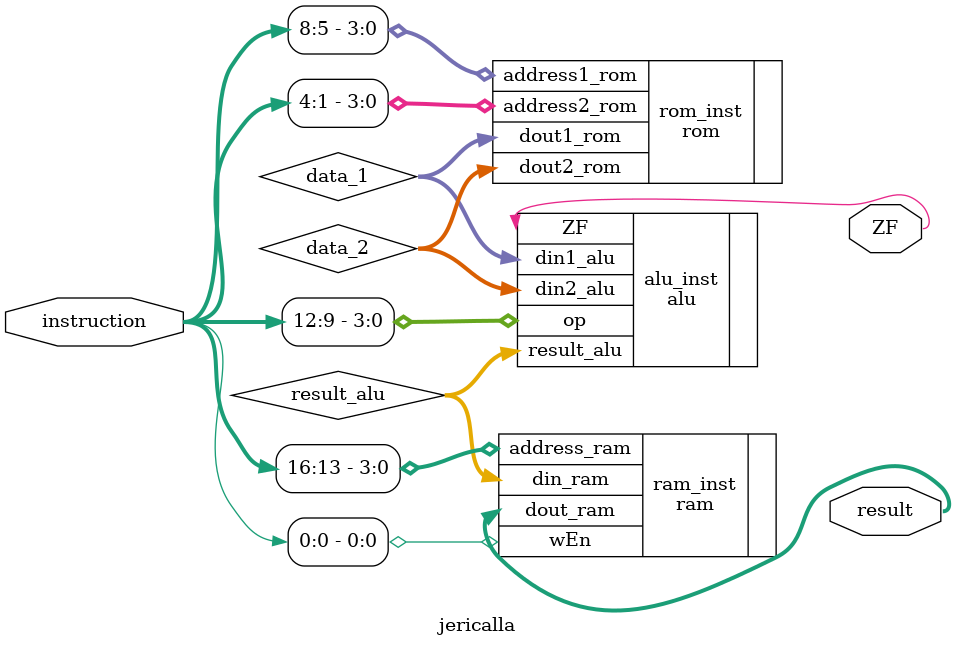
<source format=v>

`timescale 1ns/1ns

module jericalla(
	input wire [16:0] instruction,
	output [31:0] result,
	output ZF
);

wire [31:0] data_1;
wire [31:0] data_2;
wire [31:0] result_alu;

rom rom_inst(
	.address1_rom(instruction[8:5]),
	.address2_rom(instruction[4:1]),
	.dout1_rom(data_1),
	.dout2_rom(data_2)
);

alu alu_inst(
	.op(instruction[12:9]),
 	.din1_alu(data_1),
 	.din2_alu(data_2),
 	.result_alu(result_alu),
 	.ZF(ZF)
);

ram ram_inst(
	.address_ram(instruction[16:13]),
	.din_ram(result_alu),
	.wEn(instruction[0]),
	.dout_ram(result)
);

endmodule
</source>
